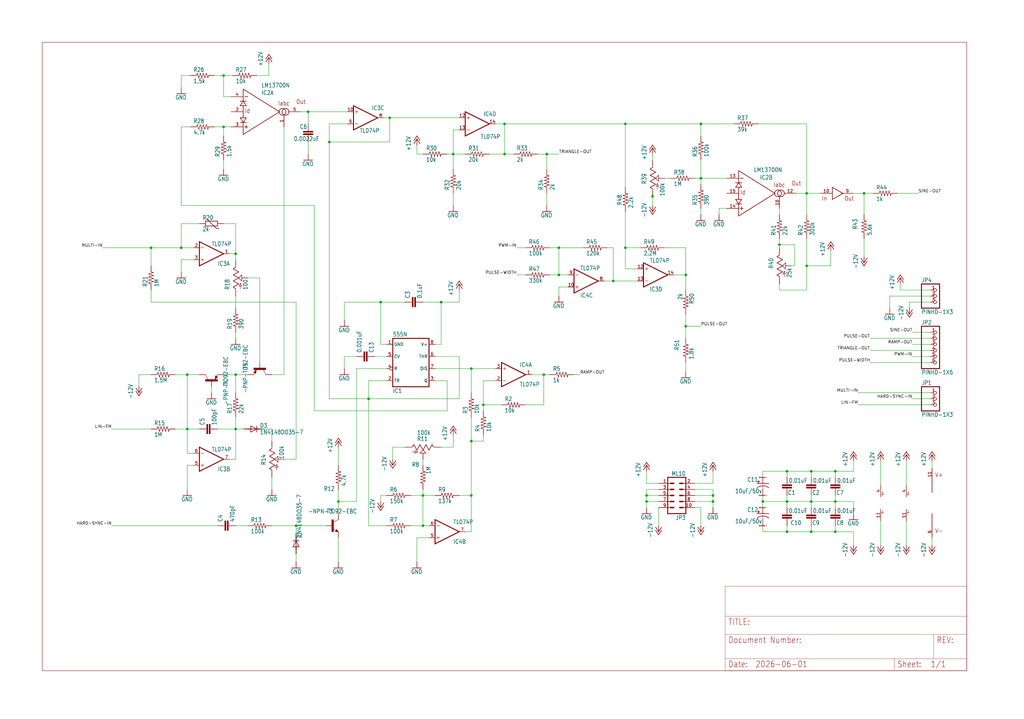
<source format=kicad_sch>
(kicad_sch (version 20231120) (generator "eeschema") (generator_version "8.0")
  (paper "User" 430.454 302.311)
  (junction (at 154.94 167.64))
  (junction (at 330.835 223.52))
  (junction (at 212.09 64.77))
  (junction (at 234.95 104.14))
  (junction (at 340.995 210.82))
  (junction (at 294.64 52.07))
  (junction (at 177.8 208.28))
  (junction (at 198.12 185.42))
  (junction (at 138.43 59.69))
  (junction (at 330.835 210.82))
  (junction (at 63.5 104.14))
  (junction (at 299.72 210.82))
  (junction (at 320.675 210.82))
  (junction (at 339.09 111.76))
  (junction (at 129.54 46.99))
  (junction (at 262.89 52.07))
  (junction (at 288.29 115.57))
  (junction (at 228.6 157.48))
  (junction (at 185.42 127))
  (junction (at 160.02 127))
  (junction (at 262.89 104.14))
  (junction (at 257.81 118.11))
  (junction (at 271.78 210.82))
  (junction (at 234.95 115.57))
  (junction (at 330.835 198.12))
  (junction (at 198.12 208.28))
  (junction (at 190.5 64.77))
  (junction (at 327.66 102.87))
  (junction (at 212.09 52.07))
  (junction (at 177.8 220.98))
  (junction (at 351.155 223.52))
  (junction (at 93.98 31.75))
  (junction (at 203.2 170.18))
  (junction (at 124.46 220.98))
  (junction (at 274.32 82.55))
  (junction (at 363.22 81.28))
  (junction (at 299.72 208.28))
  (junction (at 351.155 198.12))
  (junction (at 78.74 157.48))
  (junction (at 294.64 74.93))
  (junction (at 229.87 64.77))
  (junction (at 340.995 198.12))
  (junction (at 339.09 81.28))
  (junction (at 198.12 154.94))
  (junction (at 78.74 180.34))
  (junction (at 163.83 49.53))
  (junction (at 288.29 137.16))
  (junction (at 340.995 223.52))
  (junction (at 93.98 53.34))
  (junction (at 99.06 157.48))
  (junction (at 76.2 104.14))
  (junction (at 271.78 208.28))
  (junction (at 351.155 210.82))
  (junction (at 142.24 210.82))
  (junction (at 99.06 106.68))
  (junction (at 99.06 180.34))
  (wire (pts (xy 327.66 102.87) (xy 327.66 100.33)) (stroke (width 0.1524)))
  (wire (pts (xy 234.95 104.14) (xy 245.11 104.14)) (stroke (width 0.1524)))
  (wire (pts (xy 190.5 71.12) (xy 190.5 64.77)) (stroke (width 0.1524)))
  (wire (pts (xy 198.12 154.94) (xy 208.28 154.94)) (stroke (width 0.1524)))
  (wire (pts (xy 255.27 104.14) (xy 257.81 104.14)) (stroke (width 0.1524)))
  (wire (pts (xy 109.22 116.84) (xy 109.22 152.4)) (stroke (width 0.1524)))
  (wire (pts (xy 90.17 31.75) (xy 93.98 31.75)) (stroke (width 0.1524)))
  (wire (pts (xy 340.995 210.82) (xy 351.155 210.82)) (stroke (width 0.1524)))
  (wire (pts (xy 99.06 180.34) (xy 99.06 175.26)) (stroke (width 0.1524)))
  (wire (pts (xy 271.78 198.12) (xy 271.78 203.2)) (stroke (width 0.1524)))
  (wire (pts (xy 63.5 104.14) (xy 76.2 104.14)) (stroke (width 0.1524)))
  (wire (pts (xy 76.2 86.36) (xy 76.2 53.34)) (stroke (width 0.1524)))
  (wire (pts (xy 292.1 74.93) (xy 294.64 74.93)) (stroke (width 0.1524)))
  (wire (pts (xy 283.21 115.57) (xy 288.29 115.57)) (stroke (width 0.1524)))
  (wire (pts (xy 63.5 111.76) (xy 63.5 104.14)) (stroke (width 0.1524)))
  (wire (pts (xy 279.4 104.14) (xy 288.29 104.14)) (stroke (width 0.1524)))
  (wire (pts (xy 339.09 52.07) (xy 339.09 81.28)) (stroke (width 0.1524)))
  (wire (pts (xy 114.3 157.48) (xy 119.38 157.48)) (stroke (width 0.1524)))
  (wire (pts (xy 330.835 200.66) (xy 330.835 198.12)) (stroke (width 0.1524)))
  (wire (pts (xy 104.14 116.84) (xy 109.22 116.84)) (stroke (width 0.1524)))
  (wire (pts (xy 185.42 127) (xy 193.04 127)) (stroke (width 0.1524)))
  (wire (pts (xy 203.2 160.02) (xy 203.2 170.18)) (stroke (width 0.1524)))
  (wire (pts (xy 288.29 137.16) (xy 294.64 137.16)) (stroke (width 0.1524)))
  (wire (pts (xy 163.83 59.69) (xy 163.83 49.53)) (stroke (width 0.1524)))
  (wire (pts (xy 351.155 223.52) (xy 351.155 220.98)) (stroke (width 0.1524)))
  (wire (pts (xy 76.2 104.14) (xy 81.28 104.14)) (stroke (width 0.1524)))
  (wire (pts (xy 138.43 59.69) (xy 138.43 167.64)) (stroke (width 0.1524)))
  (wire (pts (xy 154.94 167.64) (xy 154.94 220.98)) (stroke (width 0.1524)))
  (wire (pts (xy 340.995 198.12) (xy 351.155 198.12)) (stroke (width 0.1524)))
  (wire (pts (xy 262.89 104.14) (xy 262.89 113.03)) (stroke (width 0.1524)))
  (wire (pts (xy 351.155 213.36) (xy 351.155 210.82)) (stroke (width 0.1524)))
  (wire (pts (xy 198.12 175.26) (xy 198.12 185.42)) (stroke (width 0.1524)))
  (wire (pts (xy 142.24 210.82) (xy 142.24 205.74)) (stroke (width 0.1524)))
  (wire (pts (xy 288.29 132.08) (xy 288.29 137.16)) (stroke (width 0.1524)))
  (wire (pts (xy 391.16 144.78) (xy 383.54 144.78)) (stroke (width 0.1524)))
  (wire (pts (xy 381 229.235) (xy 381 219.075)) (stroke (width 0.1524)))
  (wire (pts (xy 339.09 90.17) (xy 339.09 81.28)) (stroke (width 0.1524)))
  (wire (pts (xy 378.46 121.92) (xy 378.46 119.38)) (stroke (width 0.1524)))
  (wire (pts (xy 162.56 149.86) (xy 157.48 149.86)) (stroke (width 0.1524)))
  (wire (pts (xy 177.8 127) (xy 185.42 127)) (stroke (width 0.1524)))
  (wire (pts (xy 114.3 180.34) (xy 114.3 185.42)) (stroke (width 0.1524)))
  (wire (pts (xy 193.04 54.61) (xy 190.5 54.61)) (stroke (width 0.1524)))
  (wire (pts (xy 351.155 223.52) (xy 358.775 223.52)) (stroke (width 0.1524)))
  (wire (pts (xy 149.86 154.94) (xy 162.56 154.94)) (stroke (width 0.1524)))
  (wire (pts (xy 234.95 104.14) (xy 231.14 104.14)) (stroke (width 0.1524)))
  (wire (pts (xy 138.43 167.64) (xy 154.94 167.64)) (stroke (width 0.1524)))
  (wire (pts (xy 241.3 157.48) (xy 243.84 157.48)) (stroke (width 0.1524)))
  (wire (pts (xy 205.74 64.77) (xy 212.09 64.77)) (stroke (width 0.1524)))
  (wire (pts (xy 271.78 205.74) (xy 271.78 208.28)) (stroke (width 0.1524)))
  (wire (pts (xy 320.675 200.66) (xy 320.675 198.12)) (stroke (width 0.1524)))
  (wire (pts (xy 190.5 54.61) (xy 190.5 64.77)) (stroke (width 0.1524)))
  (wire (pts (xy 142.24 215.9) (xy 142.24 210.82)) (stroke (width 0.1524)))
  (wire (pts (xy 142.24 195.58) (xy 142.24 187.96)) (stroke (width 0.1524)))
  (wire (pts (xy 349.25 111.76) (xy 339.09 111.76)) (stroke (width 0.1524)))
  (wire (pts (xy 288.29 115.57) (xy 288.29 121.92)) (stroke (width 0.1524)))
  (wire (pts (xy 160.02 144.78) (xy 160.02 127)) (stroke (width 0.1524)))
  (wire (pts (xy 229.87 64.77) (xy 234.95 64.77)) (stroke (width 0.1524)))
  (wire (pts (xy 351.155 210.82) (xy 358.775 210.82)) (stroke (width 0.1524)))
  (wire (pts (xy 212.09 52.07) (xy 262.89 52.07)) (stroke (width 0.1524)))
  (wire (pts (xy 104.14 157.48) (xy 99.06 157.48)) (stroke (width 0.1524)))
  (wire (pts (xy 391.16 149.86) (xy 383.54 149.86)) (stroke (width 0.1524)))
  (wire (pts (xy 320.675 220.98) (xy 320.675 223.52)) (stroke (width 0.1524)))
  (wire (pts (xy 177.8 195.58) (xy 177.8 193.04)) (stroke (width 0.1524)))
  (wire (pts (xy 330.835 198.12) (xy 340.995 198.12)) (stroke (width 0.1524)))
  (wire (pts (xy 257.81 118.11) (xy 254 118.11)) (stroke (width 0.1524)))
  (wire (pts (xy 63.5 121.92) (xy 63.5 127)) (stroke (width 0.1524)))
  (wire (pts (xy 114.3 205.74) (xy 114.3 200.66)) (stroke (width 0.1524)))
  (wire (pts (xy 193.04 127) (xy 193.04 121.92)) (stroke (width 0.1524)))
  (wire (pts (xy 220.98 115.57) (xy 217.17 115.57)) (stroke (width 0.1524)))
  (wire (pts (xy 279.4 74.93) (xy 281.94 74.93)) (stroke (width 0.1524)))
  (wire (pts (xy 78.74 205.74) (xy 78.74 195.58)) (stroke (width 0.1524)))
  (wire (pts (xy 391.16 167.64) (xy 383.54 167.64)) (stroke (width 0.1524)))
  (wire (pts (xy 274.32 82.55) (xy 274.32 81.28)) (stroke (width 0.1524)))
  (wire (pts (xy 294.64 57.15) (xy 294.64 52.07)) (stroke (width 0.1524)))
  (wire (pts (xy 144.78 127) (xy 160.02 127)) (stroke (width 0.1524)))
  (wire (pts (xy 203.2 170.18) (xy 210.82 170.18)) (stroke (width 0.1524)))
  (wire (pts (xy 330.835 210.82) (xy 330.835 208.28)) (stroke (width 0.1524)))
  (wire (pts (xy 63.5 157.48) (xy 58.42 157.48)) (stroke (width 0.1524)))
  (wire (pts (xy 228.6 170.18) (xy 220.98 170.18)) (stroke (width 0.1524)))
  (wire (pts (xy 320.675 210.82) (xy 320.675 213.36)) (stroke (width 0.1524)))
  (wire (pts (xy 363.22 81.28) (xy 367.03 81.28)) (stroke (width 0.1524)))
  (wire (pts (xy 294.64 67.31) (xy 294.64 74.93)) (stroke (width 0.1524)))
  (wire (pts (xy 391.16 165.1) (xy 360.68 165.1)) (stroke (width 0.1524)))
  (wire (pts (xy 93.98 53.34) (xy 97.155 53.34)) (stroke (width 0.1524)))
  (wire (pts (xy 76.2 53.34) (xy 80.01 53.34)) (stroke (width 0.1524)))
  (wire (pts (xy 320.675 208.28) (xy 320.675 210.82)) (stroke (width 0.1524)))
  (wire (pts (xy 83.82 180.34) (xy 78.74 180.34)) (stroke (width 0.1524)))
  (wire (pts (xy 124.46 220.98) (xy 137.16 220.98)) (stroke (width 0.1524)))
  (wire (pts (xy 107.95 31.75) (xy 113.03 31.75)) (stroke (width 0.1524)))
  (wire (pts (xy 320.675 223.52) (xy 330.835 223.52)) (stroke (width 0.1524)))
  (wire (pts (xy 302.26 90.17) (xy 302.26 87.63)) (stroke (width 0.1524)))
  (wire (pts (xy 96.52 106.68) (xy 99.06 106.68)) (stroke (width 0.1524)))
  (wire (pts (xy 129.54 52.07) (xy 129.54 46.99)) (stroke (width 0.1524)))
  (wire (pts (xy 162.56 144.78) (xy 160.02 144.78)) (stroke (width 0.1524)))
  (wire (pts (xy 114.3 220.98) (xy 124.46 220.98)) (stroke (width 0.1524)))
  (wire (pts (xy 327.66 104.14) (xy 327.66 102.87)) (stroke (width 0.1524)))
  (wire (pts (xy 288.29 142.24) (xy 288.29 137.16)) (stroke (width 0.1524)))
  (wire (pts (xy 340.995 220.98) (xy 340.995 223.52)) (stroke (width 0.1524)))
  (wire (pts (xy 267.97 118.11) (xy 257.81 118.11)) (stroke (width 0.1524)))
  (wire (pts (xy 195.58 223.52) (xy 198.12 223.52)) (stroke (width 0.1524)))
  (wire (pts (xy 182.88 154.94) (xy 198.12 154.94)) (stroke (width 0.1524)))
  (wire (pts (xy 274.32 86.36) (xy 274.32 82.55)) (stroke (width 0.1524)))
  (wire (pts (xy 276.86 208.28) (xy 271.78 208.28)) (stroke (width 0.1524)))
  (wire (pts (xy 238.76 115.57) (xy 234.95 115.57)) (stroke (width 0.1524)))
  (wire (pts (xy 274.32 67.31) (xy 274.32 64.77)) (stroke (width 0.1524)))
  (wire (pts (xy 262.89 113.03) (xy 267.97 113.03)) (stroke (width 0.1524)))
  (wire (pts (xy 203.2 182.88) (xy 203.2 185.42)) (stroke (width 0.1524)))
  (wire (pts (xy 198.12 185.42) (xy 198.12 208.28)) (stroke (width 0.1524)))
  (wire (pts (xy 203.2 185.42) (xy 198.12 185.42)) (stroke (width 0.1524)))
  (wire (pts (xy 187.96 64.77) (xy 190.5 64.77)) (stroke (width 0.1524)))
  (wire (pts (xy 163.83 49.53) (xy 161.29 49.53)) (stroke (width 0.1524)))
  (wire (pts (xy 334.645 81.28) (xy 339.09 81.28)) (stroke (width 0.1524)))
  (wire (pts (xy 91.44 180.34) (xy 99.06 180.34)) (stroke (width 0.1524)))
  (wire (pts (xy 177.8 220.98) (xy 180.34 220.98)) (stroke (width 0.1524)))
  (wire (pts (xy 299.72 203.2) (xy 299.72 198.12)) (stroke (width 0.1524)))
  (wire (pts (xy 339.09 111.76) (xy 339.09 121.92)) (stroke (width 0.1524)))
  (wire (pts (xy 262.89 52.07) (xy 262.89 78.74)) (stroke (width 0.1524)))
  (wire (pts (xy 146.05 52.07) (xy 138.43 52.07)) (stroke (width 0.1524)))
  (wire (pts (xy 276.86 205.74) (xy 271.78 205.74)) (stroke (width 0.1524)))
  (wire (pts (xy 93.98 71.12) (xy 93.98 67.31)) (stroke (width 0.1524)))
  (wire (pts (xy 391.795 229.235) (xy 391.795 226.06)) (stroke (width 0.1524)))
  (wire (pts (xy 104.14 180.34) (xy 99.06 180.34)) (stroke (width 0.1524)))
  (wire (pts (xy 93.98 57.15) (xy 93.98 53.34)) (stroke (width 0.1524)))
  (wire (pts (xy 93.98 157.48) (xy 99.06 157.48)) (stroke (width 0.1524)))
  (wire (pts (xy 358.775 198.12) (xy 358.775 193.675)) (stroke (width 0.1524)))
  (wire (pts (xy 294.64 213.36) (xy 294.64 220.98)) (stroke (width 0.1524)))
  (wire (pts (xy 76.2 93.98) (xy 83.82 93.98)) (stroke (width 0.1524)))
  (wire (pts (xy 339.09 81.28) (xy 344.805 81.28)) (stroke (width 0.1524)))
  (wire (pts (xy 292.1 203.2) (xy 299.72 203.2)) (stroke (width 0.1524)))
  (wire (pts (xy 330.835 223.52) (xy 340.995 223.52)) (stroke (width 0.1524)))
  (wire (pts (xy 76.2 31.75) (xy 80.01 31.75)) (stroke (width 0.1524)))
  (wire (pts (xy 238.76 120.65) (xy 234.95 120.65)) (stroke (width 0.1524)))
  (wire (pts (xy 175.26 236.22) (xy 175.26 226.06)) (stroke (width 0.1524)))
  (wire (pts (xy 109.22 180.34) (xy 114.3 180.34)) (stroke (width 0.1524)))
  (wire (pts (xy 99.06 220.98) (xy 104.14 220.98)) (stroke (width 0.1524)))
  (wire (pts (xy 124.46 226.06) (xy 124.46 220.98)) (stroke (width 0.1524)))
  (wire (pts (xy 212.09 64.77) (xy 215.9 64.77)) (stroke (width 0.1524)))
  (wire (pts (xy 119.38 157.48) (xy 119.38 53.34)) (stroke (width 0.1524)))
  (wire (pts (xy 99.06 106.68) (xy 99.06 109.22)) (stroke (width 0.1524)))
  (wire (pts (xy 99.06 193.04) (xy 99.06 180.34)) (stroke (width 0.1524)))
  (wire (pts (xy 175.26 60.96) (xy 175.26 64.77)) (stroke (width 0.1524)))
  (wire (pts (xy 190.5 86.36) (xy 190.5 81.28)) (stroke (width 0.1524)))
  (wire (pts (xy 391.16 121.92) (xy 378.46 121.92)) (stroke (width 0.1524)))
  (wire (pts (xy 193.04 49.53) (xy 163.83 49.53)) (stroke (width 0.1524)))
  (wire (pts (xy 330.835 213.36) (xy 330.835 210.82)) (stroke (width 0.1524)))
  (wire (pts (xy 187.96 172.72) (xy 132.08 172.72)) (stroke (width 0.1524)))
  (wire (pts (xy 142.24 210.82) (xy 149.86 210.82)) (stroke (width 0.1524)))
  (wire (pts (xy 377.19 81.28) (xy 386.08 81.28)) (stroke (width 0.1524)))
  (wire (pts (xy 299.72 205.74) (xy 292.1 205.74)) (stroke (width 0.1524)))
  (wire (pts (xy 302.26 87.63) (xy 305.435 87.63)) (stroke (width 0.1524)))
  (wire (pts (xy 190.5 187.96) (xy 190.5 182.88)) (stroke (width 0.1524)))
  (wire (pts (xy 99.06 142.24) (xy 99.06 139.7)) (stroke (width 0.1524)))
  (wire (pts (xy 339.09 121.92) (xy 327.66 121.92)) (stroke (width 0.1524)))
  (wire (pts (xy 193.04 149.86) (xy 193.04 167.64)) (stroke (width 0.1524)))
  (wire (pts (xy 132.08 86.36) (xy 76.2 86.36)) (stroke (width 0.1524)))
  (wire (pts (xy 358.775 81.28) (xy 363.22 81.28)) (stroke (width 0.1524)))
  (wire (pts (xy 165.1 187.96) (xy 170.18 187.96)) (stroke (width 0.1524)))
  (wire (pts (xy 271.78 208.28) (xy 271.78 210.82)) (stroke (width 0.1524)))
  (wire (pts (xy 185.42 187.96) (xy 190.5 187.96)) (stroke (width 0.1524)))
  (wire (pts (xy 99.06 129.54) (xy 99.06 124.46)) (stroke (width 0.1524)))
  (wire (pts (xy 212.09 64.77) (xy 212.09 52.07)) (stroke (width 0.1524)))
  (wire (pts (xy 185.42 144.78) (xy 182.88 144.78)) (stroke (width 0.1524)))
  (wire (pts (xy 63.5 104.14) (xy 43.18 104.14)) (stroke (width 0.1524)))
  (wire (pts (xy 220.98 104.14) (xy 217.17 104.14)) (stroke (width 0.1524)))
  (wire (pts (xy 172.72 220.98) (xy 177.8 220.98)) (stroke (width 0.1524)))
  (wire (pts (xy 198.12 154.94) (xy 198.12 165.1)) (stroke (width 0.1524)))
  (wire (pts (xy 193.04 208.28) (xy 198.12 208.28)) (stroke (width 0.1524)))
  (wire (pts (xy 78.74 190.5) (xy 78.74 180.34)) (stroke (width 0.1524)))
  (wire (pts (xy 175.26 64.77) (xy 177.8 64.77)) (stroke (width 0.1524)))
  (wire (pts (xy 391.16 170.18) (xy 360.68 170.18)) (stroke (width 0.1524)))
  (wire (pts (xy 294.64 74.93) (xy 305.435 74.93)) (stroke (width 0.1524)))
  (wire (pts (xy 339.09 111.76) (xy 339.09 100.33)) (stroke (width 0.1524)))
  (wire (pts (xy 271.78 203.2) (xy 276.86 203.2)) (stroke (width 0.1524)))
  (wire (pts (xy 391.16 147.32) (xy 365.76 147.32)) (stroke (width 0.1524)))
  (wire (pts (xy 193.04 167.64) (xy 154.94 167.64)) (stroke (width 0.1524)))
  (wire (pts (xy 90.17 53.34) (xy 93.98 53.34)) (stroke (width 0.1524)))
  (wire (pts (xy 262.89 88.9) (xy 262.89 104.14)) (stroke (width 0.1524)))
  (wire (pts (xy 46.99 220.98) (xy 91.44 220.98)) (stroke (width 0.1524)))
  (wire (pts (xy 340.995 223.52) (xy 351.155 223.52)) (stroke (width 0.1524)))
  (wire (pts (xy 182.88 160.02) (xy 187.96 160.02)) (stroke (width 0.1524)))
  (wire (pts (xy 180.34 226.06) (xy 175.26 226.06)) (stroke (width 0.1524)))
  (wire (pts (xy 113.03 31.75) (xy 113.03 26.67)) (stroke (width 0.1524)))
  (wire (pts (xy 276.86 220.98) (xy 276.86 213.36)) (stroke (width 0.1524)))
  (wire (pts (xy 358.775 223.52) (xy 358.775 229.235)) (stroke (width 0.1524)))
  (wire (pts (xy 391.16 139.7) (xy 383.54 139.7)) (stroke (width 0.1524)))
  (wire (pts (xy 138.43 52.07) (xy 138.43 59.69)) (stroke (width 0.1524)))
  (wire (pts (xy 228.6 157.48) (xy 228.6 170.18)) (stroke (width 0.1524)))
  (wire (pts (xy 340.995 200.66) (xy 340.995 198.12)) (stroke (width 0.1524)))
  (wire (pts (xy 340.995 208.28) (xy 340.995 210.82)) (stroke (width 0.1524)))
  (wire (pts (xy 320.675 198.12) (xy 330.835 198.12)) (stroke (width 0.1524)))
  (wire (pts (xy 299.72 210.82) (xy 292.1 210.82)) (stroke (width 0.1524)))
  (wire (pts (xy 381 193.675) (xy 381 203.835)) (stroke (width 0.1524)))
  (wire (pts (xy 96.52 193.04) (xy 99.06 193.04)) (stroke (width 0.1524)))
  (wire (pts (xy 177.8 205.74) (xy 177.8 208.28)) (stroke (width 0.1524)))
  (wire (pts (xy 299.72 208.28) (xy 299.72 205.74)) (stroke (width 0.1524)))
  (wire (pts (xy 76.2 36.83) (xy 76.2 31.75)) (stroke (width 0.1524)))
  (wire (pts (xy 93.98 31.75) (xy 97.79 31.75)) (stroke (width 0.1524)))
  (wire (pts (xy 327.66 102.87) (xy 334.01 102.87)) (stroke (width 0.1524)))
  (wire (pts (xy 124.46 193.04) (xy 124.46 127)) (stroke (width 0.1524)))
  (wire (pts (xy 276.86 210.82) (xy 271.78 210.82)) (stroke (width 0.1524)))
  (wire (pts (xy 363.22 90.17) (xy 363.22 81.28)) (stroke (width 0.1524)))
  (wire (pts (xy 370.205 229.235) (xy 370.205 219.075)) (stroke (width 0.1524)))
  (wire (pts (xy 320.675 210.82) (xy 330.835 210.82)) (stroke (width 0.1524)))
  (wire (pts (xy 126.365 46.99) (xy 129.54 46.99)) (stroke (width 0.1524)))
  (wire (pts (xy 119.38 193.04) (xy 124.46 193.04)) (stroke (width 0.1524)))
  (wire (pts (xy 78.74 195.58) (xy 81.28 195.58)) (stroke (width 0.1524)))
  (wire (pts (xy 288.29 156.21) (xy 288.29 152.4)) (stroke (width 0.1524)))
  (wire (pts (xy 349.25 105.41) (xy 349.25 111.76)) (stroke (width 0.1524)))
  (wire (pts (xy 160.02 127) (xy 170.18 127)) (stroke (width 0.1524)))
  (wire (pts (xy 234.95 115.57) (xy 234.95 104.14)) (stroke (width 0.1524)))
  (wire (pts (xy 334.01 102.87) (xy 334.01 111.76)) (stroke (width 0.1524)))
  (wire (pts (xy 231.14 157.48) (xy 228.6 157.48)) (stroke (width 0.1524)))
  (wire (pts (xy 138.43 59.69) (xy 163.83 59.69)) (stroke (width 0.1524)))
  (wire (pts (xy 234.95 115.57) (xy 231.14 115.57)) (stroke (width 0.1524)))
  (wire (pts (xy 154.94 160.02) (xy 154.94 167.64)) (stroke (width 0.1524)))
  (wire (pts (xy 76.2 104.14) (xy 76.2 93.98)) (stroke (width 0.1524)))
  (wire (pts (xy 327.66 121.92) (xy 327.66 119.38)) (stroke (width 0.1524)))
  (wire (pts (xy 363.22 107.95) (xy 363.22 100.33)) (stroke (width 0.1524)))
  (wire (pts (xy 351.155 198.12) (xy 358.775 198.12)) (stroke (width 0.1524)))
  (wire (pts (xy 63.5 127) (xy 124.46 127)) (stroke (width 0.1524)))
  (wire (pts (xy 340.995 210.82) (xy 340.995 213.36)) (stroke (width 0.1524)))
  (wire (pts (xy 208.28 160.02) (xy 203.2 160.02)) (stroke (width 0.1524)))
  (wire (pts (xy 391.795 193.675) (xy 391.795 196.85)) (stroke (width 0.1524)))
  (wire (pts (xy 93.98 93.98) (xy 99.06 93.98)) (stroke (width 0.1524)))
  (wire (pts (xy 229.87 71.12) (xy 229.87 64.77)) (stroke (width 0.1524)))
  (wire (pts (xy 165.1 193.04) (xy 165.1 187.96)) (stroke (width 0.1524)))
  (wire (pts (xy 190.5 64.77) (xy 195.58 64.77)) (stroke (width 0.1524)))
  (wire (pts (xy 177.8 208.28) (xy 172.72 208.28)) (stroke (width 0.1524)))
  (wire (pts (xy 78.74 157.48) (xy 83.82 157.48)) (stroke (width 0.1524)))
  (wire (pts (xy 330.835 210.82) (xy 340.995 210.82)) (stroke (width 0.1524)))
  (wire (pts (xy 299.72 213.36) (xy 299.72 210.82)) (stroke (width 0.1524)))
  (wire (pts (xy 182.88 208.28) (xy 177.8 208.28)) (stroke (width 0.1524)))
  (wire (pts (xy 142.24 236.22) (xy 142.24 226.06)) (stroke (width 0.1524)))
  (wire (pts (xy 93.98 40.64) (xy 93.98 31.75)) (stroke (width 0.1524)))
  (wire (pts (xy 370.205 193.675) (xy 370.205 203.835)) (stroke (width 0.1524)))
  (wire (pts (xy 78.74 180.34) (xy 78.74 157.48)) (stroke (width 0.1524)))
  (wire (pts (xy 162.56 160.02) (xy 154.94 160.02)) (stroke (width 0.1524)))
  (wire (pts (xy 129.54 64.77) (xy 129.54 59.69)) (stroke (width 0.1524)))
  (wire (pts (xy 391.16 142.24) (xy 365.76 142.24)) (stroke (width 0.1524)))
  (wire (pts (xy 187.96 160.02) (xy 187.96 172.72)) (stroke (width 0.1524)))
  (wire (pts (xy 382.27 127) (xy 382.27 129.54)) (stroke (width 0.1524)))
  (wire (pts (xy 391.16 152.4) (xy 365.76 152.4)) (stroke (width 0.1524)))
  (wire (pts (xy 351.155 210.82) (xy 351.155 208.28)) (stroke (width 0.1524)))
  (wire (pts (xy 262.89 52.07) (xy 294.64 52.07)) (stroke (width 0.1524)))
  (wire (pts (xy 58.42 157.48) (xy 58.42 162.56)) (stroke (width 0.1524)))
  (wire (pts (xy 198.12 208.28) (xy 198.12 223.52)) (stroke (width 0.1524)))
  (wire (pts (xy 124.46 236.22) (xy 124.46 231.14)) (stroke (width 0.1524)))
  (wire (pts (xy 294.64 90.17) (xy 294.64 87.63)) (stroke (width 0.1524)))
  (wire (pts (xy 177.8 208.28) (xy 177.8 220.98)) (stroke (width 0.1524)))
  (wire (pts (xy 88.9 165.1) (xy 88.9 162.56)) (stroke (width 0.1524)))
  (wire (pts (xy 226.06 64.77) (xy 229.87 64.77)) (stroke (width 0.1524)))
  (wire (pts (xy 292.1 208.28) (xy 299.72 208.28)) (stroke (width 0.1524)))
  (wire (pts (xy 358.775 210.82) (xy 358.775 215.9)) (stroke (width 0.1524)))
  (wire (pts (xy 391.16 127) (xy 382.27 127)) (stroke (width 0.1524)))
  (wire (pts (xy 208.28 52.07) (xy 212.09 52.07)) (stroke (width 0.1524)))
  (wire (pts (xy 63.5 180.34) (xy 46.99 180.34)) (stroke (width 0.1524)))
  (wire (pts (xy 154.94 220.98) (xy 162.56 220.98)) (stroke (width 0.1524)))
  (wire (pts (xy 288.29 104.14) (xy 288.29 115.57)) (stroke (width 0.1524)))
  (wire (pts (xy 327.66 90.17) (xy 327.66 87.63)) (stroke (width 0.1524)))
  (wire (pts (xy 334.01 111.76) (xy 332.74 111.76)) (stroke (width 0.1524)))
  (wire (pts (xy 234.95 120.65) (xy 234.95 124.46)) (stroke (width 0.1524)))
  (wire (pts (xy 229.87 86.36) (xy 229.87 81.28)) (stroke (width 0.1524)))
  (wire (pts (xy 269.24 104.14) (xy 262.89 104.14)) (stroke (width 0.1524)))
  (wire (pts (xy 129.54 46.99) (xy 146.05 46.99)) (stroke (width 0.1524)))
  (wire (pts (xy 223.52 157.48) (xy 228.6 157.48)) (stroke (width 0.1524)))
  (wire (pts (xy 271.78 210.82) (xy 271.78 213.36)) (stroke (width 0.1524)))
  (wire (pts (xy 257.81 104.14) (xy 257.81 118.11)) (stroke (width 0.1524)))
  (wire (pts (xy 182.88 149.86) (xy 193.04 149.86)) (stroke (width 0.1524)))
  (wire (pts (xy 99.06 93.98) (xy 99.06 106.68)) (stroke (width 0.1524)))
  (wire (pts (xy 374.015 124.46) (xy 374.015 129.54)) (stroke (width 0.1524)))
  (wire (pts (xy 76.2 109.22) (xy 76.2 114.3)) (stroke (width 0.1524)))
  (wire (pts (xy 318.77 52.07) (xy 339.09 52.07)) (stroke (width 0.1524)))
  (wire (pts (xy 73.66 157.48) (xy 78.74 157.48)) (stroke (width 0.1524)))
  (wire (pts (xy 294.64 52.07) (xy 308.61 52.07)) (stroke (width 0.1524)))
  (wire (pts (xy 144.78 154.94) (xy 144.78 149.86)) (stroke (width 0.1524)))
  (wire (pts (xy 294.64 77.47) (xy 294.64 74.93)) (stroke (width 0.1524)))
  (wire (pts (xy 391.16 124.46) (xy 374.015 124.46)) (stroke (width 0.1524)))
  (wire (pts (xy 330.835 220.98) (xy 330.835 223.52)) (stroke (width 0.1524)))
  (wire (pts (xy 97.155 40.64) (xy 93.98 40.64)) (stroke (width 0.1524)))
  (wire (pts (xy 144.78 149.86) (xy 149.86 149.86)) (stroke (width 0.1524)))
  (wire (pts (xy 149.86 210.82) (xy 149.86 154.94)) (stroke (width 0.1524)))
  (wire (pts (xy 99.06 157.48) (xy 99.06 165.1)) (stroke (width 0.1524)))
  (wire (pts (xy 160.02 208.28) (xy 162.56 208.28)) (stroke (width 0.1524)))
  (wire (pts (xy 292.1 213.36) (xy 294.64 213.36)) (stroke (width 0.1524)))
  (wire (pts (xy 185.42 127) (xy 185.42 144.78)) (stroke (width 0.1524)))
  (wire (pts (xy 144.78 134.62) (xy 144.78 127)) (stroke (width 0.1524)))
  (wire (pts (xy 73.66 180.34) (xy 78.74 180.34)) (stroke (width 0.1524)))
  (wire (pts (xy 132.08 172.72) (xy 132.08 86.36)) (stroke (width 0.1524)))
  (wire (pts (xy 81.28 190.5) (xy 78.74 190.5)) (stroke (width 0.1524)))
  (wire (pts (xy 81.28 109.22) (xy 76.2 109.22)) (stroke (width 0.1524)))
  (wire (pts (xy 160.02 210.82) (xy 160.02 208.28)) (stroke (width 0.1524)))
  (wire (pts (xy 203.2 172.72) (xy 203.2 170.18)) (stroke (width 0.1524)))
  (wire (pts (xy 299.72 208.28) (xy 299.72 210.82)) (stroke (width 0.1524)))
  (wire (pts (xy 351.155 200.66) (xy 351.155 198.12)) (stroke (width 0.1524)))
  (label "PULSE-WIDTH" (at 217.17 115.57 180) (effects (font (size 1.2446 1.2446))))
  (label "RAMP-OUT" (at 383.54 144.78 180) (effects (font (size 1.2446 1.2446))))
  (label "TRIANGLE-OUT" (at 234.95 64.77 0) (effects (font (size 1.2446 1.2446))))
  (label "PWM-IN" (at 383.54 149.86 180) (effects (font (size 1.2446 1.2446))))
  (label "MULTI-IN" (at 360.68 165.1 180) (effects (font (size 1.2446 1.2446))))
  (label "TRIANGLE-OUT" (at 365.76 147.32 180) (effects (font (size 1.2446 1.2446))))
  (label "HARD-SYNC-IN" (at 46.99 220.98 180) (effects (font (size 1.2446 1.2446))))
  (label "SINE-OUT" (at 386.08 81.28 0) (effects (font (size 1.2446 1.2446))))
  (label "LIN-FM" (at 360.68 170.18 180) (effects (font (size 1.2446 1.2446))))
  (label "MULTI-IN" (at 43.18 104.14 180) (effects (font (size 1.2446 1.2446))))
  (label "SINE-OUT" (at 383.54 139.7 180) (effects (font (size 1.2446 1.2446))))
  (label "PULSE-OUT" (at 365.76 142.24 180) (effects (font (size 1.2446 1.2446))))
  (label "PULSE-OUT" (at 294.64 137.16 0) (effects (font (size 1.2446 1.2446))))
  (label "HARD-SYNC-IN" (at 383.54 167.64 180) (effects (font (size 1.2446 1.2446))))
  (label "LIN-FM" (at 46.99 180.34 180) (effects (font (size 1.2446 1.2446))))
  (label "PWM-IN" (at 217.17 104.14 180) (effects (font (size 1.2446 1.2446))))
  (label "RAMP-OUT" (at 243.84 157.48 0) (effects (font (size 1.2446 1.2446))))
  (label "PULSE-WIDTH" (at 365.76 152.4 180) (effects (font (size 1.2446 1.2446))))
  (symbol (lib_id "mainboard-eagle-import:R-US_0204/7") (at 220.98 64.77 0) (unit 1)
    (property "Reference" "R33" (at 217.17 63.2714 0) (effects (font (size 1.778 1.5113)) (justify left bottom)))
    (property "Value" "2k" (at 217.17 68.072 0) (effects (font (size 1.778 1.5113)) (justify left bottom)))
    (property "Footprint" "mainboard:0204_7" (effects (hide yes)))
  )
  (symbol (lib_id "mainboard-eagle-import:C-EU050-024X044") (at 351.155 218.44 180) (unit 1)
    (property "Reference" "C8" (at 354.711 218.821 0) (effects (font (size 1.778 1.5113)) (justify left bottom)))
    (property "Value" "0.01uF" (at 359.791 213.741 0) (effects (font (size 1.778 1.5113)) (justify left bottom)))
    (property "Footprint" "mainboard:C050-024X044" (effects (hide yes)))
  )
  (symbol (lib_id "mainboard-eagle-import:R-US_0204/7") (at 274.32 104.14 0) (unit 1)
    (property "Reference" "R49" (at 270.51 102.6414 0) (effects (font (size 1.778 1.5113)) (justify left bottom)))
    (property "Value" "2.2M" (at 270.51 107.442 0) (effects (font (size 1.778 1.5113)) (justify left bottom)))
    (property "Footprint" "mainboard:0204_7" (effects (hide yes)))
  )
  (symbol (lib_id "mainboard-eagle-import:R-US_0204/7") (at 236.22 157.48 0) (unit 1)
    (property "Reference" "R5" (at 232.41 155.9814 0) (effects (font (size 1.778 1.5113)) (justify left bottom)))
    (property "Value" "1k" (at 232.41 160.782 0) (effects (font (size 1.778 1.5113)) (justify left bottom)))
    (property "Footprint" "mainboard:0204_7" (effects (hide yes)))
  )
  (symbol (lib_id "mainboard-eagle-import:R-US_0204/7") (at 229.87 76.2 90) (unit 1)
    (property "Reference" "R34" (at 228.3714 80.01 0) (effects (font (size 1.778 1.5113)) (justify left bottom)))
    (property "Value" "2k" (at 233.172 80.01 0) (effects (font (size 1.778 1.5113)) (justify left bottom)))
    (property "Footprint" "mainboard:0204_7" (effects (hide yes)))
  )
  (symbol (lib_id "mainboard-eagle-import:DINA3_L") (at 17.78 281.94 0) (unit 1)
    (property "Reference" "#FRAME1" (effects (hide yes)))
    (property "Value" "DINA3_L" (effects (hide yes)))
  )
  (symbol (lib_id "mainboard-eagle-import:R-US_0204/7") (at 68.58 157.48 0) (unit 1)
    (property "Reference" "R16" (at 64.77 155.9814 0) (effects (font (size 1.778 1.5113)) (justify left bottom)))
    (property "Value" "1.5M" (at 64.77 160.782 0) (effects (font (size 1.778 1.5113)) (justify left bottom)))
    (property "Footprint" "mainboard:0204_7" (effects (hide yes)))
  )
  (symbol (lib_id "mainboard-eagle-import:TL074P") (at 187.96 223.52 0) (mirror x) (unit 2)
    (property "Reference" "IC4" (at 190.5 226.695 0) (effects (font (size 1.778 1.5113)) (justify left bottom)))
    (property "Value" "TL074P" (at 190.5 218.44 0) (effects (font (size 1.778 1.5113)) (justify left bottom)))
    (property "Footprint" "mainboard:DIL14" (effects (hide yes)))
  )
  (symbol (lib_id "mainboard-eagle-import:-12V") (at 160.02 213.36 0) (unit 1)
    (property "Reference" "#P-3" (effects (hide yes)))
    (property "Value" "-12V" (at 157.48 215.9 90) (effects (font (size 1.778 1.5113)) (justify left bottom)))
  )
  (symbol (lib_id "mainboard-eagle-import:PINHD-1X3") (at 393.7 124.46 0) (unit 1)
    (property "Reference" "JP4" (at 387.35 118.745 0) (effects (font (size 1.778 1.5113)) (justify left bottom)))
    (property "Value" "PINHD-1X3" (at 387.35 132.08 0) (effects (font (size 1.778 1.5113)) (justify left bottom)))
    (property "Footprint" "mainboard:1X03" (effects (hide yes)))
  )
  (symbol (lib_id "mainboard-eagle-import:TRIM_US-RJ9W") (at 114.3 193.04 0) (unit 1)
    (property "Reference" "R14" (at 111.76 195.58 90) (effects (font (size 1.778 1.5113)) (justify left bottom)))
    (property "Value" "100k" (at 119.38 193.04 90) (effects (font (size 1.778 1.5113)) (justify left bottom)))
    (property "Footprint" "mainboard:RJ9W" (effects (hide yes)))
  )
  (symbol (lib_id "mainboard-eagle-import:+12V") (at 358.775 191.135 0) (unit 1)
    (property "Reference" "#P+11" (effects (hide yes)))
    (property "Value" "+12V" (at 356.235 196.215 90) (effects (font (size 1.778 1.5113)) (justify left bottom)))
  )
  (symbol (lib_id "mainboard-eagle-import:R-US_0204/7") (at 363.22 95.25 90) (unit 1)
    (property "Reference" "R43" (at 360.4514 96.52 0) (effects (font (size 1.778 1.5113)) (justify left bottom)))
    (property "Value" "5.6k" (at 366.522 99.06 0) (effects (font (size 1.778 1.5113)) (justify left bottom)))
    (property "Footprint" "mainboard:0204_7" (effects (hide yes)))
  )
  (symbol (lib_id "mainboard-eagle-import:DINA3_L") (at 304.8 281.94 0) (unit 2)
    (property "Reference" "#FRAME1" (effects (hide yes)))
    (property "Value" "DINA3_L" (effects (hide yes)))
  )
  (symbol (lib_id "mainboard-eagle-import:R-US_0204/7") (at 250.19 104.14 0) (unit 1)
    (property "Reference" "R45" (at 246.38 102.6414 0) (effects (font (size 1.778 1.5113)) (justify left bottom)))
    (property "Value" "120k" (at 246.38 107.442 0) (effects (font (size 1.778 1.5113)) (justify left bottom)))
    (property "Footprint" "mainboard:0204_7" (effects (hide yes)))
  )
  (symbol (lib_id "mainboard-eagle-import:R-US_0204/7") (at 215.9 170.18 0) (unit 1)
    (property "Reference" "R2" (at 212.09 168.6814 0) (effects (font (size 1.778 1.5113)) (justify left bottom)))
    (property "Value" "10k" (at 212.09 173.482 0) (effects (font (size 1.778 1.5113)) (justify left bottom)))
    (property "Footprint" "mainboard:0204_7" (effects (hide yes)))
  )
  (symbol (lib_id "mainboard-eagle-import:R-US_0204/7") (at 167.64 208.28 0) (unit 1)
    (property "Reference" "R6" (at 163.83 206.7814 0) (effects (font (size 1.778 1.5113)) (justify left bottom)))
    (property "Value" "150k" (at 163.83 211.582 0) (effects (font (size 1.778 1.5113)) (justify left bottom)))
    (property "Footprint" "mainboard:0204_7" (effects (hide yes)))
  )
  (symbol (lib_id "mainboard-eagle-import:GND") (at 374.015 132.08 0) (unit 1)
    (property "Reference" "#GND20" (effects (hide yes)))
    (property "Value" "GND" (at 371.475 134.62 0) (effects (font (size 1.778 1.5113)) (justify left bottom)))
  )
  (symbol (lib_id "mainboard-eagle-import:LM13700N") (at 106.68 46.99 0) (unit 1)
    (property "Reference" "IC2" (at 109.855 40.005 0) (effects (font (size 1.778 1.5113)) (justify left bottom)))
    (property "Value" "LM13700N" (at 109.855 36.83 0) (effects (font (size 1.778 1.5113)) (justify left bottom)))
    (property "Footprint" "mainboard:DIL16" (effects (hide yes)))
  )
  (symbol (lib_id "mainboard-eagle-import:R-US_0204/7") (at 294.64 62.23 90) (unit 1)
    (property "Reference" "R36" (at 293.1414 66.04 0) (effects (font (size 1.778 1.5113)) (justify left bottom)))
    (property "Value" "100k" (at 297.942 66.04 0) (effects (font (size 1.778 1.5113)) (justify left bottom)))
    (property "Footprint" "mainboard:0204_7" (effects (hide yes)))
  )
  (symbol (lib_id "mainboard-eagle-import:GND") (at 99.06 144.78 0) (unit 1)
    (property "Reference" "#GND9" (effects (hide yes)))
    (property "Value" "GND" (at 96.52 147.32 0) (effects (font (size 1.778 1.5113)) (justify left bottom)))
  )
  (symbol (lib_id "mainboard-eagle-import:-12V") (at 381 231.775 0) (unit 1)
    (property "Reference" "#P-2" (effects (hide yes)))
    (property "Value" "-12V" (at 378.46 234.315 90) (effects (font (size 1.778 1.5113)) (justify left bottom)))
  )
  (symbol (lib_id "mainboard-eagle-import:1N4148DO35-7") (at 124.46 228.6 90) (unit 1)
    (property "Reference" "D2" (at 123.9774 226.06 90) (effects (font (size 1.778 1.5113)) (justify right top)))
    (property "Value" "1N4148DO35-7" (at 126.7714 226.06 0) (effects (font (size 1.778 1.5113)) (justify left bottom)))
    (property "Footprint" "mainboard:DO35-7" (effects (hide yes)))
  )
  (symbol (lib_id "mainboard-eagle-import:R-US_0204/7") (at 99.06 170.18 90) (unit 1)
    (property "Reference" "R17" (at 97.5614 173.99 0) (effects (font (size 1.778 1.5113)) (justify left bottom)))
    (property "Value" "22k" (at 102.362 173.99 0) (effects (font (size 1.778 1.5113)) (justify left bottom)))
    (property "Footprint" "mainboard:0204_7" (effects (hide yes)))
  )
  (symbol (lib_id "mainboard-eagle-import:C-EU050-024X044") (at 86.36 180.34 90) (unit 1)
    (property "Reference" "C5" (at 85.979 178.816 0) (effects (font (size 1.778 1.5113)) (justify left bottom)))
    (property "Value" "100pF" (at 91.059 178.816 0) (effects (font (size 1.778 1.5113)) (justify left bottom)))
    (property "Footprint" "mainboard:C050-024X044" (effects (hide yes)))
  )
  (symbol (lib_id "mainboard-eagle-import:R-US_0204/7") (at 226.06 115.57 0) (unit 1)
    (property "Reference" "R47" (at 222.25 114.0714 0) (effects (font (size 1.778 1.5113)) (justify left bottom)))
    (property "Value" "330k" (at 222.25 118.872 0) (effects (font (size 1.778 1.5113)) (justify left bottom)))
    (property "Footprint" "mainboard:0204_7" (effects (hide yes)))
  )
  (symbol (lib_id "mainboard-eagle-import:R-US_0204/7") (at 85.09 31.75 0) (unit 1)
    (property "Reference" "R26" (at 81.28 30.2514 0) (effects (font (size 1.778 1.5113)) (justify left bottom)))
    (property "Value" "1.5k" (at 81.28 35.052 0) (effects (font (size 1.778 1.5113)) (justify left bottom)))
    (property "Footprint" "mainboard:0204_7" (effects (hide yes)))
  )
  (symbol (lib_id "mainboard-eagle-import:GND") (at 302.26 92.71 0) (unit 1)
    (property "Reference" "#GND17" (effects (hide yes)))
    (property "Value" "GND" (at 299.72 95.25 0) (effects (font (size 1.778 1.5113)) (justify left bottom)))
  )
  (symbol (lib_id "mainboard-eagle-import:GND") (at 144.78 157.48 0) (unit 1)
    (property "Reference" "#GND21" (effects (hide yes)))
    (property "Value" "GND" (at 142.24 160.02 0) (effects (font (size 1.778 1.5113)) (justify left bottom)))
  )
  (symbol (lib_id "mainboard-eagle-import:C-EU050-024X044") (at 340.995 205.74 180) (unit 1)
    (property "Reference" "C2" (at 344.551 206.121 0) (effects (font (size 1.778 1.5113)) (justify left bottom)))
    (property "Value" "0.01uF" (at 349.631 201.041 0) (effects (font (size 1.778 1.5113)) (justify left bottom)))
    (property "Footprint" "mainboard:C050-024X044" (effects (hide yes)))
  )
  (symbol (lib_id "mainboard-eagle-import:PINHD-1X3") (at 393.7 167.64 0) (unit 1)
    (property "Reference" "JP1" (at 387.35 161.925 0) (effects (font (size 1.778 1.5113)) (justify left bottom)))
    (property "Value" "PINHD-1X3" (at 387.35 175.26 0) (effects (font (size 1.778 1.5113)) (justify left bottom)))
    (property "Footprint" "mainboard:1X03" (effects (hide yes)))
  )
  (symbol (lib_id "mainboard-eagle-import:TL074P") (at 88.9 193.04 0) (mirror x) (unit 2)
    (property "Reference" "IC3" (at 91.44 196.215 0) (effects (font (size 1.778 1.5113)) (justify left bottom)))
    (property "Value" "TL074P" (at 88.9 187.96 0) (effects (font (size 1.778 1.5113)) (justify left bottom)))
    (property "Footprint" "mainboard:DIL14" (effects (hide yes)))
  )
  (symbol (lib_id "mainboard-eagle-import:555N") (at 172.72 152.4 0) (mirror x) (unit 1)
    (property "Reference" "IC1" (at 165.1 163.322 0) (effects (font (size 1.778 1.5113)) (justify left bottom)))
    (property "Value" "555N" (at 165.1 139.573 0) (effects (font (size 1.778 1.5113)) (justify left bottom)))
    (property "Footprint" "mainboard:DIL08" (effects (hide yes)))
  )
  (symbol (lib_id "mainboard-eagle-import:ML10") (at 284.48 208.28 180) (unit 1)
    (property "Reference" "JP3" (at 288.29 216.662 0) (effects (font (size 1.778 1.5113)) (justify left bottom)))
    (property "Value" "ML10" (at 288.29 198.12 0) (effects (font (size 1.778 1.5113)) (justify left bottom)))
    (property "Footprint" "mainboard:ML10" (effects (hide yes)))
  )
  (symbol (lib_id "mainboard-eagle-import:GND") (at 144.78 137.16 0) (unit 1)
    (property "Reference" "#GND2" (effects (hide yes)))
    (property "Value" "GND" (at 142.24 139.7 0) (effects (font (size 1.778 1.5113)) (justify left bottom)))
  )
  (symbol (lib_id "mainboard-eagle-import:+12V") (at 274.32 62.23 0) (unit 1)
    (property "Reference" "#P+7" (effects (hide yes)))
    (property "Value" "+12V" (at 271.78 67.31 90) (effects (font (size 1.778 1.5113)) (justify left bottom)))
  )
  (symbol (lib_id "mainboard-eagle-import:C-EU050-024X044") (at 93.98 220.98 90) (unit 1)
    (property "Reference" "C4" (at 93.599 219.456 0) (effects (font (size 1.778 1.5113)) (justify left bottom)))
    (property "Value" "470pF" (at 98.679 219.456 0) (effects (font (size 1.778 1.5113)) (justify left bottom)))
    (property "Footprint" "mainboard:C050-024X044" (effects (hide yes)))
  )
  (symbol (lib_id "mainboard-eagle-import:TRIM_US-RJ9W") (at 274.32 74.93 0) (unit 1)
    (property "Reference" "R39" (at 271.78 77.47 90) (effects (font (size 1.778 1.5113)) (justify left bottom)))
    (property "Value" "100k" (at 279.4 82.55 90) (effects (font (size 1.778 1.5113)) (justify left bottom)))
    (property "Footprint" "mainboard:RJ9W" (effects (hide yes)))
  )
  (symbol (lib_id "mainboard-eagle-import:C-EU050-024X044") (at 152.4 149.86 90) (unit 1)
    (property "Reference" "C13" (at 157.099 148.336 0) (effects (font (size 1.778 1.5113)) (justify left bottom)))
    (property "Value" "0.001uF" (at 152.019 148.336 0) (effects (font (size 1.778 1.5113)) (justify left bottom)))
    (property "Footprint" "mainboard:C050-024X044" (effects (hide yes)))
  )
  (symbol (lib_id "mainboard-eagle-import:TL074P") (at 381 211.455 0) (unit 5)
    (property "Reference" "IC3" (effects (hide yes)))
    (property "Value" "TL074P" (effects (hide yes)))
    (property "Footprint" "mainboard:DIL14" (effects (hide yes)))
  )
  (symbol (lib_id "mainboard-eagle-import:CPOL-USE2.5-6") (at 320.675 215.9 0) (unit 1)
    (property "Reference" "C12" (at 314.071 215.265 0) (effects (font (size 1.778 1.5113)) (justify left bottom)))
    (property "Value" "10uF/50v" (at 308.991 220.091 0) (effects (font (size 1.778 1.5113)) (justify left bottom)))
    (property "Footprint" "mainboard:E2,5-6" (effects (hide yes)))
  )
  (symbol (lib_id "mainboard-eagle-import:R-US_0204/7") (at 288.29 147.32 90) (unit 1)
    (property "Reference" "R51" (at 285.5214 147.32 0) (effects (font (size 1.778 1.5113)) (justify left bottom)))
    (property "Value" "1.8k" (at 291.592 151.13 0) (effects (font (size 1.778 1.5113)) (justify left bottom)))
    (property "Footprint" "mainboard:0204_7" (effects (hide yes)))
  )
  (symbol (lib_id "mainboard-eagle-import:-PNP-TO92-EBC") (at 109.22 154.94 90) (mirror x) (unit 1)
    (property "Reference" "T5" (at 104.14 152.4 0) (effects (font (size 1.778 1.5113)) (justify left bottom)))
    (property "Value" "-PNP-TO92-EBC" (at 104.14 144.78 0) (effects (font (size 1.778 1.5113)) (justify left bottom)))
    (property "Footprint" "mainboard:TO92-EBC" (effects (hide yes)))
  )
  (symbol (lib_id "mainboard-eagle-import:GND") (at 76.2 116.84 0) (unit 1)
    (property "Reference" "#GND10" (effects (hide yes)))
    (property "Value" "GND" (at 73.66 119.38 0) (effects (font (size 1.778 1.5113)) (justify left bottom)))
  )
  (symbol (lib_id "mainboard-eagle-import:GND") (at 294.64 92.71 0) (unit 1)
    (property "Reference" "#GND16" (effects (hide yes)))
    (property "Value" "GND" (at 292.1 95.25 0) (effects (font (size 1.778 1.5113)) (justify left bottom)))
  )
  (symbol (lib_id "mainboard-eagle-import:-12V") (at 294.64 223.52 0) (unit 1)
    (property "Reference" "#P-11" (effects (hide yes)))
    (property "Value" "-12V" (at 292.1 226.06 90) (effects (font (size 1.778 1.5113)) (justify left bottom)))
  )
  (symbol (lib_id "mainboard-eagle-import:R-US_0204/7") (at 200.66 64.77 0) (unit 1)
    (property "Reference" "R31" (at 196.85 63.2714 0) (effects (font (size 1.778 1.5113)) (justify left bottom)))
    (property "Value" "20k" (at 196.85 68.072 0) (effects (font (size 1.778 1.5113)) (justify left bottom)))
    (property "Footprint" "mainboard:0204_7" (effects (hide yes)))
  )
  (symbol (lib_id "mainboard-eagle-import:R-US_0204/7") (at 177.8 200.66 90) (unit 1)
    (property "Reference" "R8" (at 176.3014 194.31 90) (effects (font (size 1.778 1.5113)) (justify left bottom)))
    (property "Value" "1M" (at 181.102 199.39 0) (effects (font (size 1.778 1.5113)) (justify left bottom)))
    (property "Footprint" "mainboard:0204_7" (effects (hide yes)))
  )
  (symbol (lib_id "mainboard-eagle-import:GND") (at 229.87 88.9 0) (unit 1)
    (property "Reference" "#GND15" (effects (hide yes)))
    (property "Value" "GND" (at 227.33 91.44 0) (effects (font (size 1.778 1.5113)) (justify left bottom)))
  )
  (symbol (lib_id "mainboard-eagle-import:R-US_0204/7") (at 287.02 74.93 0) (unit 1)
    (property "Reference" "R38" (at 283.21 73.4314 0) (effects (font (size 1.778 1.5113)) (justify left bottom)))
    (property "Value" "1M" (at 283.21 78.232 0) (effects (font (size 1.778 1.5113)) (justify left bottom)))
    (property "Footprint" "mainboard:0204_7" (effects (hide yes)))
  )
  (symbol (lib_id "mainboard-eagle-import:C-EU050-025X075") (at 129.54 54.61 0) (unit 1)
    (property "Reference" "C6" (at 125.984 54.229 0) (effects (font (size 1.778 1.5113)) (justify left bottom)))
    (property "Value" "0.0022uF" (at 123.444 59.309 0) (effects (font (size 1.778 1.5113)) (justify left bottom)))
    (property "Footprint" "mainboard:C050-025X075" (effects (hide yes)))
  )
  (symbol (lib_id "mainboard-eagle-import:GND") (at 175.26 238.76 0) (unit 1)
    (property "Reference" "#GND3" (effects (hide yes)))
    (property "Value" "GND" (at 172.72 241.3 0) (effects (font (size 1.778 1.5113)) (justify left bottom)))
  )
  (symbol (lib_id "mainboard-eagle-import:GND") (at 78.74 208.28 0) (unit 1)
    (property "Reference" "#GND6" (effects (hide yes)))
    (property "Value" "GND" (at 76.2 210.82 0) (effects (font (size 1.778 1.5113)) (justify left bottom)))
  )
  (symbol (lib_id "mainboard-eagle-import:R-US_0204/7") (at 288.29 127 270) (unit 1)
    (property "Reference" "R50" (at 289.7886 123.19 0) (effects (font (size 1.778 1.5113)) (justify left bottom)))
    (property "Value" "2k" (at 284.988 123.19 0) (effects (font (size 1.778 1.5113)) (justify left bottom)))
    (property "Footprint" "mainboard:0204_7" (effects (hide yes)))
  )
  (symbol (lib_id "mainboard-eagle-import:GND") (at 288.29 158.75 0) (unit 1)
    (property "Reference" "#GND19" (effects (hide yes)))
    (property "Value" "GND" (at 285.75 161.29 0) (effects (font (size 1.778 1.5113)) (justify left bottom)))
  )
  (symbol (lib_id "mainboard-eagle-import:R-US_0204/7") (at 203.2 177.8 90) (unit 1)
    (property "Reference" "R4" (at 201.7014 181.61 0) (effects (font (size 1.778 1.5113)) (justify left bottom)))
    (property "Value" "10k" (at 206.502 181.61 0) (effects (font (size 1.778 1.5113)) (justify left bottom)))
    (property "Footprint" "mainboard:0204_7" (effects (hide yes)))
  )
  (symbol (lib_id "mainboard-eagle-import:LM13700N") (at 351.79 81.28 0) (unit 4)
    (property "Reference" "IC2" (effects (hide yes)))
    (property "Value" "LM13700N" (effects (hide yes)))
    (property "Footprint" "mainboard:DIL16" (effects (hide yes)))
  )
  (symbol (lib_id "mainboard-eagle-import:+12V") (at 271.78 195.58 0) (unit 1)
    (property "Reference" "#P+13" (effects (hide yes)))
    (property "Value" "+12V" (at 269.24 200.66 90) (effects (font (size 1.778 1.5113)) (justify left bottom)))
  )
  (symbol (lib_id "mainboard-eagle-import:R-US_0204/7") (at 313.69 52.07 0) (unit 1)
    (property "Reference" "R37" (at 309.88 50.5714 0) (effects (font (size 1.778 1.5113)) (justify left bottom)))
    (property "Value" "39k" (at 309.88 55.372 0) (effects (font (size 1.778 1.5113)) (justify left bottom)))
    (property "Footprint" "mainboard:0204_7" (effects (hide yes)))
  )
  (symbol (lib_id "mainboard-eagle-import:+12V") (at 190.5 180.34 0) (unit 1)
    (property "Reference" "#P+3" (effects (hide yes)))
    (property "Value" "+12V" (at 187.96 185.42 90) (effects (font (size 1.778 1.5113)) (justify left bottom)))
  )
  (symbol (lib_id "mainboard-eagle-import:R-US_0204/7") (at 198.12 170.18 90) (unit 1)
    (property "Reference" "R3" (at 196.6214 173.99 0) (effects (font (size 1.778 1.5113)) (justify left bottom)))
    (property "Value" "10k" (at 201.422 173.99 0) (effects (font (size 1.778 1.5113)) (justify left bottom)))
    (property "Footprint" "mainboard:0204_7" (effects (hide yes)))
  )
  (symbol (lib_id "mainboard-eagle-import:GND") (at 129.54 67.31 0) (unit 1)
    (property "Reference" "#GND13" (effects (hide yes)))
    (property "Value" "GND" (at 127 69.85 0) (effects (font (size 1.778 1.5113)) (justify left bottom)))
  )
  (symbol (lib_id "mainboard-eagle-import:GND") (at 88.9 167.64 0) (unit 1)
    (property "Reference" "#GND8" (effects (hide yes)))
    (property "Value" "GND" (at 86.36 170.18 0) (effects (font (size 1.778 1.5113)) (justify left bottom)))
  )
  (symbol (lib_id "mainboard-eagle-import:R-US_0204/7") (at 226.06 104.14 0) (unit 1)
    (property "Reference" "R46" (at 222.25 102.6414 0) (effects (font (size 1.778 1.5113)) (justify left bottom)))
    (property "Value" "100k" (at 222.25 107.442 0) (effects (font (size 1.778 1.5113)) (justify left bottom)))
    (property "Footprint" "mainboard:0204_7" (effects (hide yes)))
  )
  (symbol (lib_id "mainboard-eagle-import:-12V") (at 363.22 110.49 0) (unit 1)
    (property "Reference" "#P-7" (effects (hide yes)))
    (property "Value" "-12V" (at 360.68 113.03 90) (effects (font (size 1.778 1.5113)) (justify left bottom)))
  )
  (symbol (lib_id "mainboard-eagle-import:PINHD-1X6") (at 393.7 147.32 0) (unit 1)
    (property "Reference" "JP2" (at 387.35 136.525 0) (effects (font (size 1.778 1.5113)) (justify left bottom)))
    (property "Value" "PINHD-1X6" (at 387.35 157.48 0) (effects (font (size 1.778 1.5113)) (justify left bottom)))
    (property "Footprint" "mainboard:1X06" (effects (hide yes)))
  )
  (symbol (lib_id "mainboard-eagle-import:+12V") (at 175.26 58.42 0) (unit 1)
    (property "Reference" "#P+6" (effects (hide yes)))
    (property "Value" "+12V" (at 172.72 63.5 90) (effects (font (size 1.778 1.5113)) (justify left bottom)))
  )
  (symbol (lib_id "mainboard-eagle-import:+12V") (at 193.04 119.38 0) (unit 1)
    (property "Reference" "#P+2" (effects (hide yes)))
    (property "Value" "+12V" (at 190.5 124.46 90) (effects (font (size 1.778 1.5113)) (justify left bottom)))
  )
  (symbol (lib_id "mainboard-eagle-import:GND") (at 271.78 215.9 0) (unit 1)
    (property "Reference" "#GND26" (effects (hide yes)))
    (property "Value" "GND" (at 269.24 218.44 0) (effects (font (size 1.778 1.5113)) (justify left bottom)))
  )
  (symbol (lib_id "mainboard-eagle-import:-NPN-TO92-EBC") (at 139.7 220.98 0) (unit 1)
    (property "Reference" "T3" (at 137.16 215.9 0) (effects (font (size 1.778 1.5113)) (justify left bottom)))
    (property "Value" "-NPN-TO92-EBC" (at 129.54 215.9 0) (effects (font (size 1.778 1.5113)) (justify left bottom)))
    (property "Footprint" "mainboard:TO92-EBC" (effects (hide yes)))
  )
  (symbol (lib_id "mainboard-eagle-import:TL074P") (at 246.38 118.11 0) (mirror x) (unit 3)
    (property "Reference" "IC4" (at 243.84 123.19 0) (effects (font (size 1.778 1.5113)) (justify left bottom)))
    (property "Value" "TL074P" (at 243.84 111.76 0) (effects (font (size 1.778 1.5113)) (justify left bottom)))
    (property "Footprint" "mainboard:DIL14" (effects (hide yes)))
  )
  (symbol (lib_id "mainboard-eagle-import:LM13700N") (at 398.78 219.71 0) (unit 5)
    (property "Reference" "IC2" (effects (hide yes)))
    (property "Value" "LM13700N" (effects (hide yes)))
    (property "Footprint" "mainboard:DIL16" (effects (hide yes)))
  )
  (symbol (lib_id "mainboard-eagle-import:R-US_0204/7") (at 85.09 53.34 0) (unit 1)
    (property "Reference" "R28" (at 81.28 51.8414 0) (effects (font (size 1.778 1.5113)) (justify left bottom)))
    (property "Value" "4.7k" (at 81.28 56.642 0) (effects (font (size 1.778 1.5113)) (justify left bottom)))
    (property "Footprint" "mainboard:0204_7" (effects (hide yes)))
  )
  (symbol (lib_id "mainboard-eagle-import:R-US_0204/7") (at 294.64 82.55 90) (unit 1)
    (property "Reference" "R35" (at 293.1414 86.36 0) (effects (font (size 1.778 1.5113)) (justify left bottom)))
    (property "Value" "390" (at 297.942 86.36 0) (effects (font (size 1.778 1.5113)) (justify left bottom)))
    (property "Footprint" "mainboard:0204_7" (effects (hide yes)))
  )
  (symbol (lib_id "mainboard-eagle-import:LM13700N") (at 314.96 81.28 0) (unit 2)
    (property "Reference" "IC2" (at 319.405 75.565 0) (effects (font (size 1.778 1.5113)) (justify left bottom)))
    (property "Value" "LM13700N" (at 316.865 72.39 0) (effects (font (size 1.778 1.5113)) (justify left bottom)))
    (property "Footprint" "mainboard:DIL16" (effects (hide yes)))
  )
  (symbol (lib_id "mainboard-eagle-import:R-US_0204/7") (at 99.06 134.62 90) (unit 1)
    (property "Reference" "R19" (at 97.5614 138.43 0) (effects (font (size 1.778 1.5113)) (justify left bottom)))
    (property "Value" "390" (at 102.362 138.43 0) (effects (font (size 1.778 1.5113)) (justify left bottom)))
    (property "Footprint" "mainboard:0204_7" (effects (hide yes)))
  )
  (symbol (lib_id "mainboard-eagle-import:R-US_0204/7") (at 93.98 62.23 90) (unit 1)
    (property "Reference" "R29" (at 92.4814 66.04 0) (effects (font (size 1.778 1.5113)) (justify left bottom)))
    (property "Value" "1.5k" (at 97.282 66.04 0) (effects (font (size 1.778 1.5113)) (justify left bottom)))
    (property "Footprint" "mainboard:0204_7" (effects (hide yes)))
  )
  (symbol (lib_id "mainboard-eagle-import:TL074P") (at 153.67 49.53 0) (unit 3)
    (property "Reference" "IC3" (at 156.21 46.355 0) (effects (font (size 1.778 1.5113)) (justify left bottom)))
    (property "Value" "TL074P" (at 151.13 55.88 0) (effects (font (size 1.778 1.5113)) (justify left bottom)))
    (property "Footprint" "mainboard:DIL14" (effects (hide yes)))
  )
  (symbol (lib_id "mainboard-eagle-import:GND") (at 234.95 127 0) (unit 1)
    (property "Reference" "#GND18" (effects (hide yes)))
    (property "Value" "GND" (at 232.41 129.54 0) (effects (font (size 1.778 1.5113)) (justify left bottom)))
  )
  (symbol (lib_id "mainboard-eagle-import:+12V") (at 370.205 191.135 0) (unit 1)
    (property "Reference" "#P+1" (effects (hide yes)))
    (property "Value" "+12V" (at 367.665 196.215 90) (effects (font (size 1.778 1.5113)) (justify left bottom)))
  )
  (symbol (lib_id "mainboard-eagle-import:-12V") (at 276.86 223.52 0) (unit 1)
    (property "Reference" "#P-10" (effects (hide yes)))
    (property "Value" "-12V" (at 274.32 226.06 90) (effects (font (size 1.778 1.5113)) (justify left bottom)))
  )
  (symbol (lib_id "mainboard-eagle-import:1N4148DO35-7") (at 106.68 180.34 0) (unit 1)
    (property "Reference" "D3" (at 109.22 179.8574 0) (effects (font (size 1.778 1.5113)) (justify left bottom)))
    (property "Value" "1N4148DO35-7" (at 109.22 182.6514 0) (effects (font (size 1.778 1.5113)) (justify left bottom)))
    (property "Footprint" "mainboard:DO35-7" (effects (hide yes)))
  )
  (symbol (lib_id "mainboard-eagle-import:GND") (at 299.72 215.9 0) (unit 1)
    (property "Reference" "#GND27" (effects (hide yes)))
    (property "Value" "GND" (at 297.18 218.44 0) (effects (font (size 1.778 1.5113)) (justify left bottom)))
  )
  (symbol (lib_id "mainboard-eagle-import:GND") (at 76.2 39.37 0) (unit 1)
    (property "Reference" "#GND11" (effects (hide yes)))
    (property "Value" "GND" (at 73.66 41.91 0) (effects (font (size 1.778 1.5113)) (justify left bottom)))
  )
  (symbol (lib_id "mainboard-eagle-import:-12V") (at 58.42 165.1 0) (unit 1)
    (property "Reference" "#P-5" (effects (hide yes)))
    (property "Value" "-12V" (at 55.88 167.64 90) (effects (font (size 1.778 1.5113)) (justify left bottom)))
  )
  (symbol (lib_id "mainboard-eagle-import:TL074P") (at 370.205 211.455 0) (unit 5)
    (property "Reference" "IC4" (effects (hide yes)))
    (property "Value" "TL074P" (effects (hide yes)))
    (property "Footprint" "mainboard:DIL14" (effects (hide yes)))
  )
  (symbol (lib_id "mainboard-eagle-import:R-US_0204/7") (at 327.66 95.25 90) (unit 1)
    (property "Reference" "R41" (at 326.1614 99.06 0) (effects (font (size 1.778 1.5113)) (justify left bottom)))
    (property "Value" "22k" (at 330.962 99.06 0) (effects (font (size 1.778 1.5113)) (justify left bottom)))
    (property "Footprint" "mainboard:0204_7" (effects (hide yes)))
  )
  (symbol (lib_id "mainboard-eagle-import:-12V") (at 274.32 88.9 0) (unit 1)
    (property "Reference" "#P-6" (effects (hide yes)))
    (property "Value" "-12V" (at 271.78 91.44 90) (effects (font (size 1.778 1.5113)) (justify left bottom)))
  )
  (symbol (lib_id "mainboard-eagle-import:R-US_0204/7") (at 102.87 31.75 0) (unit 1)
    (property "Reference" "R27" (at 99.06 30.2514 0) (effects (font (size 1.778 1.5113)) (justify left bottom)))
    (property "Value" "10k" (at 99.06 35.052 0) (effects (font (size 1.778 1.5113)) (justify left bottom)))
    (property "Footprint" "mainboard:0204_7" (effects (hide yes)))
  )
  (symbol (lib_id "mainboard-eagle-import:R-US_0204/7") (at 68.58 180.34 0) (unit 1)
    (property "Reference" "R15" (at 64.77 178.8414 0) (effects (font (size 1.778 1.5113)) (justify left bottom)))
    (property "Value" "1M" (at 64.77 183.642 0) (effects (font (size 1.778 1.5113)) (justify left bottom)))
    (property "Footprint" "mainboard:0204_7" (effects (hide yes)))
  )
  (symbol (lib_id "mainboard-eagle-import:R-US_0204/7") (at 63.5 116.84 90) (unit 1)
    (property "Reference" "R21" (at 62.0014 120.65 0) (effects (font (size 1.778 1.5113)) (justify left bottom)))
    (property "Value" "1M" (at 66.802 120.65 0) (effects (font (size 1.778 1.5113)) (justify left bottom)))
    (property "Footprint" "mainboard:0204_7" (effects (hide yes)))
  )
  (symbol (lib_id "mainboard-eagle-import:TL074P") (at 215.9 157.48 0) (unit 1)
    (property "Reference" "IC4" (at 218.44 154.305 0) (effects (font (size 1.778 1.5113)) (justify left bottom)))
    (property "Value" "TL074P" (at 218.44 162.56 0) (effects (font (size 1.778 1.5113)) (justify left bottom)))
    (property "Footprint" "mainboard:DIL14" (effects (hide yes)))
  )
  (symbol (lib_id "mainboard-eagle-import:C-EU050-024X044") (at 330.835 205.74 180) (unit 1)
    (property "Reference" "C1" (at 334.391 206.121 0) (effects (font (size 1.778 1.5113)) (justify left bottom)))
    (property "Value" "0.01uF" (at 339.471 201.041 0) (effects (font (size 1.778 1.5113)) (justify left bottom)))
    (property "Footprint" "mainboard:C050-024X044" (effects (hide yes)))
  )
  (symbol (lib_id "mainboard-eagle-import:+12V") (at 381 191.135 0) (unit 1)
    (property "Reference" "#P+9" (effects (hide yes)))
    (property "Value" "+12V" (at 378.46 196.215 90) (effects (font (size 1.778 1.5113)) (justify left bottom)))
  )
  (symbol (lib_id "mainboard-eagle-import:-12V") (at 370.205 231.775 0) (unit 1)
    (property "Reference" "#P-1" (effects (hide yes)))
    (property "Value" "-12V" (at 367.665 234.315 90) (effects (font (size 1.778 1.5113)) (justify left bottom)))
  )
  (symbol (lib_id "mainboard-eagle-import:-12V") (at 358.775 231.775 0) (unit 1)
    (property "Reference" "#P-9" (effects (hide yes)))
    (property "Value" "-12V" (at 356.235 234.315 90) (effects (font (size 1.778 1.5113)) (justify left bottom)))
  )
  (symbol (lib_id "mainboard-eagle-import:TRIM_US-RJ9W") (at 99.06 116.84 0) (unit 1)
    (property "Reference" "R18" (at 96.52 121.92 90) (effects (font (size 1.778 1.5113)) (justify left bottom)))
    (property "Value" "100" (at 104.14 121.92 90) (effects (font (size 1.778 1.5113)) (justify left bottom)))
    (property "Footprint" "mainboard:RJ9W" (effects (hide yes)))
  )
  (symbol (lib_id "mainboard-eagle-import:R-US_0204/7") (at 262.89 83.82 90) (unit 1)
    (property "Reference" "R48" (at 261.3914 86.36 0) (effects (font (size 1.778 1.5113)) (justify left bottom)))
    (property "Value" "2.2k" (at 266.192 87.63 0) (effects (font (size 1.778 1.5113)) (justify left bottom)))
    (property "Footprint" "mainboard:0204_7" (effects (hide yes)))
  )
  (symbol (lib_id "mainboard-eagle-import:-12V") (at 165.1 195.58 0) (unit 1)
    (property "Reference" "#P-4" (effects (hide yes)))
    (property "Value" "-12V" (at 162.56 198.12 90) (effects (font (size 1.778 1.5113)) (justify left bottom)))
  )
  (symbol (lib_id "mainboard-eagle-import:CPOL-USE2.5-6") (at 320.675 203.2 0) (unit 1)
    (property "Reference" "C11" (at 314.071 202.565 0) (effects (font (size 1.778 1.5113)) (justify left bottom)))
    (property "Value" "10uF/50v" (at 308.991 207.391 0) (effects (font (size 1.778 1.5113)) (justify left bottom)))
    (property "Footprint" "mainboard:E2,5-6" (effects (hide yes)))
  )
  (symbol (lib_id "mainboard-eagle-import:GND") (at 142.24 238.76 0) (unit 1)
    (property "Reference" "#GND5" (effects (hide yes)))
    (property "Value" "GND" (at 139.7 241.3 0) (effects (font (size 1.778 1.5113)) (justify left bottom)))
  )
  (symbol (lib_id "mainboard-eagle-import:-PNP-TO92-EBC") (at 88.9 160.02 270) (mirror x) (unit 1)
    (property "Reference" "T4" (at 93.98 162.56 0) (effects (font (size 1.778 1.5113)) (justify left bottom)))
    (property "Value" "-PNP-TO92-EBC" (at 93.98 170.18 0) (effects (font (size 1.778 1.5113)) (justify left bottom)))
    (property "Footprint" "mainboard:TO92-EBC" (effects (hide yes)))
  )
  (symbol (lib_id "mainboard-eagle-import:TL074P") (at 200.66 52.07 0) (unit 4)
    (property "Reference" "IC4" (at 203.2 48.895 0) (effects (font (size 1.778 1.5113)) (justify left bottom)))
    (property "Value" "TL074P" (at 201.93 58.42 0) (effects (font (size 1.778 1.5113)) (justify left bottom)))
    (property "Footprint" "mainboard:DIL14" (effects (hide yes)))
  )
  (symbol (lib_id "mainboard-eagle-import:R-US_0204/7") (at 339.09 95.25 90) (unit 1)
    (property "Reference" "R42" (at 337.5914 99.06 0) (effects (font (size 1.778 1.5113)) (justify left bottom)))
    (property "Value" "300k" (at 342.392 99.06 0) (effects (font (size 1.778 1.5113)) (justify left bottom)))
    (property "Footprint" "mainboard:0204_7" (effects (hide yes)))
  )
  (symbol (lib_id "mainboard-eagle-import:TL074P") (at 275.59 115.57 0) (unit 4)
    (property "Reference" "IC3" (at 273.05 122.555 0) (effects (font (size 1.778 1.5113)) (justify left bottom)))
    (property "Value" "TL074P" (at 273.05 110.49 0) (effects (font (size 1.778 1.5113)) (justify left bottom)))
    (property "Footprint" "mainboard:DIL14" (effects (hide yes)))
  )
  (symbol (lib_id "mainboard-eagle-import:R-US_0204/7") (at 372.11 81.28 0) (unit 1)
    (property "Reference" "R44" (at 368.3 79.7814 0) (effects (font (size 1.778 1.5113)) (justify left bottom)))
    (property "Value" "1k" (at 368.3 84.582 0) (effects (font (size 1.778 1.5113)) (justify left bottom)))
    (property "Footprint" "mainboard:0204_7" (effects (hide yes)))
  )
  (symbol (lib_id "mainboard-eagle-import:C-EU050-024X044") (at 172.72 127 90) (unit 1)
    (property "Reference" "C3" (at 172.339 125.476 0) (effects (font (size 1.778 1.5113)) (justify left bottom)))
    (property "Value" "0.1uF" (at 177.419 125.476 0) (effects (font (size 1.778 1.5113)) (justify left bottom)))
    (property "Footprint" "mainboard:C050-024X044" (effects (hide yes)))
  )
  (symbol (lib_id "mainboard-eagle-import:R-US_0204/7") (at 142.24 200.66 90) (unit 1)
    (property "Reference" "R12" (at 140.7414 204.47 90) (effects (font (size 1.778 1.5113)) (justify left bottom)))
    (property "Value" "4.7k" (at 145.542 204.47 0) (effects (font (size 1.778 1.5113)) (justify left bottom)))
    (property "Footprint" "mainboard:0204_7" (effects (hide yes)))
  )
  (symbol (lib_id "mainboard-eagle-import:GND") (at 114.3 208.28 0) (unit 1)
    (property "Reference" "#GND7" (effects (hide yes)))
    (property "Value" "GND" (at 111.76 210.82 0) (effects (font (size 1.778 1.5113)) (justify left bottom)))
  )
  (symbol (lib_id "mainboard-eagle-import:C-EU050-024X044") (at 340.995 218.44 180) (unit 1)
    (property "Reference" "C9" (at 344.551 218.821 0) (effects (font (size 1.778 1.5113)) (justify left bottom)))
    (property "Value" "0.01uF" (at 349.631 213.741 0) (effects (font (size 1.778 1.5113)) (justify left bottom)))
    (property "Footprint" "mainboard:C050-024X044" (effects (hide yes)))
  )
  (symbol (lib_id "mainboard-eagle-import:+12V") (at 299.72 195.58 0) (unit 1)
    (property "Reference" "#P+14" (effects (hide yes)))
    (property "Value" "+12V" (at 297.18 200.66 90) (effects (font (size 1.778 1.5113)) (justify left bottom)))
  )
  (symbol (lib_id "mainboard-eagle-import:THERMISTOR-5") (at 88.9 93.98 0) (unit 1)
    (property "Reference" "R20" (at 85.09 92.4814 0) (effects (font (size 1.778 1.5113)) (justify left bottom)))
    (property "Value" "2k" (at 85.09 97.282 0) (effects (font (size 1.778 1.5113)) (justify left bottom)))
    (property "Footprint" "mainboard:R-5" (effects (hide yes)))
  )
  (symbol (lib_id "mainboard-eagle-import:R-US_0204/7") (at 167.64 220.98 0) (unit 1)
    (property "Reference" "R7" (at 163.83 219.4814 0) (effects (font (size 1.778 1.5113)) (justify left bottom)))
    (property "Value" "100k" (at 163.83 224.282 0) (effects (font (size 1.778 1.5113)) (justify left bottom)))
    (property "Footprint" "mainboard:0204_7" (effects (hide yes)))
  )
  (symbol (lib_id "mainboard-eagle-import:-12V") (at 391.795 231.775 0) (unit 1)
    (property "Reference" "#P-8" (effects (hide yes)))
    (property "Value" "-12V" (at 389.255 234.315 90) (effects (font (size 1.778 1.5113)) (justify left bottom)))
  )
  (symbol (lib_id "mainboard-eagle-import:TRIM_US-RJ9W") (at 177.8 187.96 270) (unit 1)
    (property "Reference" "R11" (at 175.26 185.42 90) (effects (font (size 1.778 1.5113)) (justify left bottom)))
    (property "Value" "100k" (at 175.26 182.88 90) (effects (font (size 1.778 1.5113)) (justify left bottom)))
    (property "Footprint" "mainboard:RJ9W" (effects (hide yes)))
  )
  (symbol (lib_id "mainboard-eagle-import:R-US_0204/7") (at 190.5 76.2 90) (unit 1)
    (property "Reference" "R32" (at 189.0014 80.01 0) (effects (font (size 1.778 1.5113)) (justify left bottom)))
    (property "Value" "20k" (at 193.802 80.01 0) (effects (font (size 1.778 1.5113)) (justify left bottom)))
    (property "Footprint" "mainboard:0204_7" (effects (hide yes)))
  )
  (symbol (lib_id "mainboard-eagle-import:GND") (at 93.98 73.66 0) (unit 1)
    (property "Reference" "#GND12" (effects (hide yes)))
    (property "Value" "GND" (at 91.44 76.2 0) (effects (font (size 1.778 1.5113)) (justify left bottom)))
  )
  (symbol (lib_id "mainboard-eagle-import:+12V") (at 349.25 102.87 0) (unit 1)
    (property "Reference" "#P+8" (effects (hide yes)))
    (property "Value" "+12V" (at 346.71 107.95 90) (effects (font (size 1.778 1.5113)) (justify left bottom)))
  )
  (symbol (lib_id "mainboard-eagle-import:R-US_0204/7") (at 109.22 220.98 0) (unit 1)
    (property "Reference" "R13" (at 105.41 219.4814 0) (effects (font (size 1.778 1.5113)) (justify left bottom)))
    (property "Value" "100k" (at 105.41 224.282 0) (effects (font (size 1.778 1.5113)) (justify left bottom)))
    (property "Footprint" "mainboard:0204_7" (effects (hide yes)))
  )
  (symbol (lib_id "mainboard-eagle-import:C-EU050-024X044") (at 330.835 218.44 180) (unit 1)
    (property "Reference" "C10" (at 336.931 218.821 0) (effects (font (size 1.778 1.5113)) (justify left bottom)))
    (property "Value" "0.01uF" (at 339.471 213.741 0) (effects (font (size 1.778 1.5113)) (justify left bottom)))
    (property "Footprint" "mainboard:C050-024X044" (effects (hide yes)))
  )
  (symbol (lib_id "mainboard-eagle-import:+12V") (at 378.46 116.84 0) (unit 1)
    (property "Reference" "#P+12" (effects (hide yes)))
    (property "Value" "+12V" (at 375.92 121.92 90) (effects (font (size 1.778 1.5113)) (justify left bottom)))
  )
  (symbol (lib_id "mainboard-eagle-import:TL074P") (at 88.9 106.68 0) (mirror x) (unit 1)
    (property "Reference" "IC3" (at 91.44 109.855 0) (effects (font (size 1.778 1.5113)) (justify left bottom)))
    (property "Value" "TL074P" (at 88.9 101.6 0) (effects (font (size 1.778 1.5113)) (justify left bottom)))
    (property "Footprint" "mainboard:DIL14" (effects (hide yes)))
  )
  (symbol (lib_id "mainboard-eagle-import:GND") (at 358.775 218.44 0) (unit 1)
    (property "Reference" "#GND1" (effects (hide yes)))
    (property "Value" "GND" (at 356.235 220.98 0) (effects (font (size 1.778 1.5113)) (justify left bottom)))
  )
  (symbol (lib_id "mainboard-eagle-import:GND") (at 124.46 238.76 0) (unit 1)
    (property "Reference" "#GND4" (effects (hide yes)))
    (property "Value" "GND" (at 121.92 241.3 0) (effects (font (size 1.778 1.5113)) (justify left bottom)))
  )
  (symbol (lib_id "mainboard-eagle-import:C-EU050-024X044") (at 351.155 205.74 180) (unit 1)
    (property "Reference" "C7" (at 354.711 206.121 0) (effects (font (size 1.778 1.5113)) (justify left bottom)))
    (property "Value" "0.01uF" (at 359.791 201.041 0) (effects (font (size 1.778 1.5113)) (justify left bottom)))
    (property "Footprint" "mainboard:C050-024X044" (effects (hide yes)))
  )
  (symbol (lib_id "mainboard-eagle-import:+12V") (at 142.24 185.42 0) (unit 1)
    (property "Reference" "#P+4" (effects (hide yes)))
    (property "Value" "+12V" (at 139.7 190.5 90) (effects (font (size 1.778 1.5113)) (justify left bottom)))
  )
  (symbol (lib_id "mainboard-eagle-import:R-US_0204/7") (at 187.96 208.28 0) (unit 1)
    (property "Reference" "R9" (at 184.15 206.7814 0) (effects (font (size 1.778 1.5113)) (justify left bottom)))
    (property "Value" "137k" (at 184.15 211.582 0) (effects (font (size 1.778 1.5113)) (justify left bottom)))
    (property "Footprint" "mainboard:0204_7" (effects (hide yes)))
  )
  (symbol (lib_id "mainboard-eagle-import:+12V") (at 113.03 24.13 0) (unit 1)
    (property "Reference" "#P+5" (effects (hide yes)))
    (property "Value" "+12V" (at 110.49 27.94 90) (effects (font (size 1.778 1.5113)) (justify left bottom)))
  )
  (symbol (lib_id "mainboard-eagle-import:-12V") (at 382.27 132.08 0) (unit 1)
    (property "Reference" "#P-12" (effects (hide yes)))
    (property "Value" "-12V" (at 379.73 134.62 90) (effects (font (size 1.778 1.5113)) (justify left bottom)))
  )
  (symbol (lib_id "mainboard-eagle-import:+12V") (at 391.795 191.135 0) (unit 1)
    (property "Reference" "#P+10" (effects (hide yes)))
    (property "Value" "+12V" (at 389.255 196.215 90) (effects (font (size 1.778 1.5113)) (justify left bottom)))
  )
  (symbol (lib_id "mainboard-eagle-import:TRIM_US-RJ9W") (at 327.66 111.76 0) (unit 1)
    (property "Reference" "R40" (at 325.12 113.03 90) (effects (font (size 1.778 1.5113)) (justify left bottom)))
    (property "Value" "25k" (at 332.74 116.84 90) (effects (font (size 1.778 1.5113)) (justify left bottom)))
    (property "Footprint" "mainboard:RJ9W" (effects (hide yes)))
  )
  (symbol (lib_id "mainboard-eagle-import:R-US_0204/7") (at 182.88 64.77 0) (unit 1)
    (property "Reference" "R30" (at 179.07 63.2714 0) (effects (font (size 1.778 1.5113)) (justify left bottom)))
    (property "Value" "10k" (at 179.07 68.072 0) (effects (font (size 1.778 1.5113)) (justify left bottom)))
    (property "Footprint" "mainboard:0204_7" (effects (hide yes)))
  )
  (symbol (lib_id "mainboard-eagle-import:GND") (at 190.5 88.9 0) (unit 1)
    (property "Reference" "#GND14" (effects (hide yes)))
    (property "Value" "GND" (at 187.96 91.44 0) (effects (font (size 1.778 1.5113)) (justify left bottom)))
  )
)
</source>
